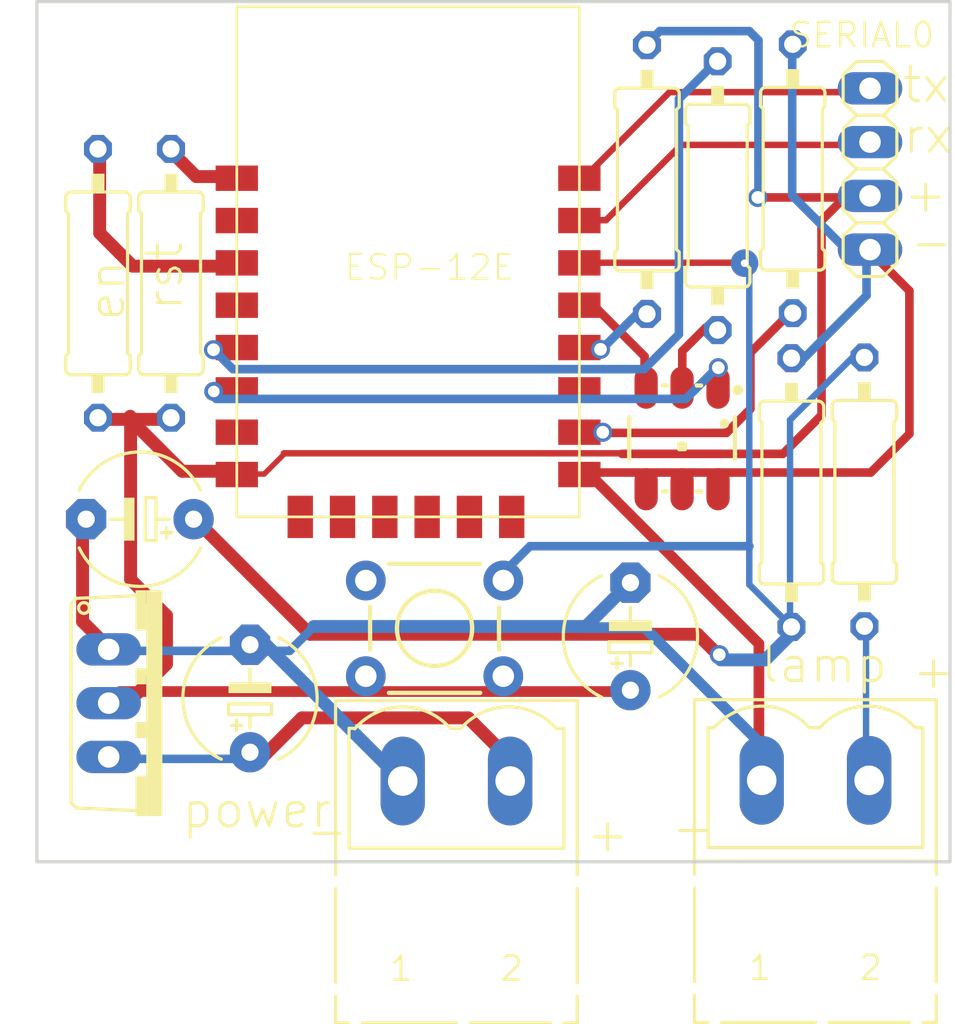
<source format=kicad_pcb>
(kicad_pcb (version 20241229) (generator "pcbnew") (generator_version "9.0")
  (layers (0 "F.Cu" signal) (2 "B.Cu" signal) (13 "F.Paste" user) (15 "B.Paste" user) (5 "F.SilkS" user "F.Silkscreen") (7 "B.SilkS" user "B.Silkscreen") (1 "F.Mask" user) (3 "B.Mask" user) (25 "Edge.Cuts" user))
  (net 0 "")
  (net 1 "S$2")
  (net 2 "S$3")
  (net 3 "S$10")
  (net 4 "S$19")
  (net 5 "S$20")
  (net 6 "S$23")
  (net 7 "S$34")
  (net 8 "S$41")
  (net 9 "S$26")
  (net 10 "S$27")
  (net 11 "S$29")
  (net 12 "S$30")
  (net 13 "S$33")
  (net 14 "S$46")
  (net 15 "S$48")
  (footprint "CancelloWIFI:LED-TRICOLOR-5050_529" (layer "F.Cu") (at 157.422962 105.321735 -90)
    (property "Reference" "E$5" (hide yes))
    (property "Value" "")
    (fp_line (start -1 2.5) (end 1 2.5) (stroke (width 0.2032)) (layer "F.SilkS"))
    (fp_line (start -2.5 0.9) (end -2.5 0.7) (stroke (width 0.2032)) (layer "F.SilkS"))
    (fp_line (start 2.5 0.9) (end 2.5 0.7) (stroke (width 0.2032)) (layer "F.SilkS"))
    (fp_line (start 0.254 0.127) (end 0.254 -0.127) (stroke (width 0.2032)) (layer "F.SilkS"))
    (fp_line (start 0.508 0.127) (end 0.254 0.127) (stroke (width 0.2032)) (layer "F.SilkS"))
    (fp_line (start 0.254 -0.127) (end 0.508 -0.127) (stroke (width 0.2032)) (layer "F.SilkS"))
    (fp_line (start 0.508 -0.127) (end 0.508 0.127) (stroke (width 0.2032)) (layer "F.SilkS"))
    (fp_line (start -2.5 -0.7) (end -2.5 -0.9) (stroke (width 0.2032)) (layer "F.SilkS"))
    (fp_line (start 2.5 -0.7) (end 2.5 -0.9) (stroke (width 0.2032)) (layer "F.SilkS"))
    (fp_line (start -1 -2.5) (end 1 -2.5) (stroke (width 0.2032)) (layer "F.SilkS"))
    (fp_circle (center -0.7 -2) (end -0.5882 -2) (stroke (width 0.2236)) (fill yes) (layer "F.SilkS"))
    (fp_circle (center -2.2875 -2.635) (end -2.1605 -2.635) (stroke (width 0.254)) (fill no) (layer "F.SilkS"))
    (pad "1" smd roundrect (at -2.4 -1.7 270) (size 2 1.1) (layers "F.Cu" "F.Mask" "F.Paste") (roundrect_rratio 0.5))
    (pad "2" smd roundrect (at -2.4 0 270) (size 2 1.1) (layers "F.Cu" "F.Mask" "F.Paste") (roundrect_rratio 0.5))
    (pad "3" smd roundrect (at -2.4 1.7 270) (size 2 1.1) (layers "F.Cu" "F.Mask" "F.Paste") (roundrect_rratio 0.5))
    (pad "4" smd roundrect (at 2.4 1.7 270) (size 2 1.1) (layers "F.Cu" "F.Mask" "F.Paste") (roundrect_rratio 0.5))
    (pad "5" smd roundrect (at 2.4 0 270) (size 2 1.1) (layers "F.Cu" "F.Mask" "F.Paste") (roundrect_rratio 0.5))
    (pad "6" smd roundrect (at 2.4 -1.7 270) (size 2 1.1) (layers "F.Cu" "F.Mask" "F.Paste") (roundrect_rratio 0.5))
  )
  (footprint "CancelloWIFI:MSTBV2R_175" (layer "F.Cu") (at 163.728693 121.475632)
    (property "Reference" "E$8" (hide yes))
    (property "Value" "")
    (fp_line (start -5.715 -3.81) (end -5.715 3.81) (stroke (width 0.1524)) (layer "F.SilkS"))
    (fp_line (start -5.715 4.445) (end -5.715 3.81) (stroke (width 0.1524)) (layer "F.SilkS"))
    (fp_line (start -5.715 9.525) (end -5.715 5.08) (stroke (width 0.1524)) (layer "F.SilkS"))
    (fp_line (start -5.715 11.43) (end -5.715 10.16) (stroke (width 0.1524)) (layer "F.SilkS"))
    (fp_line (start -5.08 3.175) (end -5.08 -2.4892) (stroke (width 0.1524)) (layer "F.SilkS"))
    (fp_line (start -5.08 11.43) (end -5.715 11.43) (stroke (width 0.1524)) (layer "F.SilkS"))
    (fp_line (start -4.826 -2.4892) (end -5.08 -2.4892) (stroke (width 0.1524)) (layer "F.SilkS"))
    (fp_line (start 0 11.43) (end -4.445 11.43) (stroke (width 0.1524)) (layer "F.SilkS"))
    (fp_line (start 0.1778 -2.4892) (end -0.254 -2.4892) (stroke (width 0.1524)) (layer "F.SilkS"))
    (fp_line (start 4.445 11.43) (end 0.635 11.43) (stroke (width 0.1524)) (layer "F.SilkS"))
    (fp_line (start 5.0038 -2.4892) (end 4.7498 -2.4892) (stroke (width 0.1524)) (layer "F.SilkS"))
    (fp_line (start 5.08 -2.4892) (end 5.08 3.175) (stroke (width 0.1524)) (layer "F.SilkS"))
    (fp_line (start 5.08 3.175) (end -5.08 3.175) (stroke (width 0.1524)) (layer "F.SilkS"))
    (fp_line (start 5.715 -3.81) (end -5.715 -3.81) (stroke (width 0.1524)) (layer "F.SilkS"))
    (fp_line (start 5.715 3.81) (end -5.715 3.81) (stroke (width 0.1524)) (layer "F.SilkS"))
    (fp_line (start 5.715 3.81) (end 5.715 -3.81) (stroke (width 0.1524)) (layer "F.SilkS"))
    (fp_line (start 5.715 4.445) (end 5.715 3.81) (stroke (width 0.1524)) (layer "F.SilkS"))
    (fp_line (start 5.715 9.525) (end 5.715 5.08) (stroke (width 0.1524)) (layer "F.SilkS"))
    (fp_line (start 5.715 11.43) (end 5.08 11.43) (stroke (width 0.1524)) (layer "F.SilkS"))
    (fp_line (start 5.715 11.43) (end 5.715 10.16) (stroke (width 0.1524)) (layer "F.SilkS"))
    (fp_arc (start -4.8138 -2.4608) (mid -3.79111 -3.231677) (end -2.54 -3.5053) (stroke (width 0.1524)) (layer "F.SilkS"))
    (fp_arc (start -2.54 -3.5052) (mid -1.295022 -3.234436) (end -0.274999 -2.471) (stroke (width 0.1524)) (layer "F.SilkS"))
    (fp_arc (start 0.19 -2.4608) (mid 1.212699 -3.231631) (end 2.4638 -3.5052) (stroke (width 0.1524)) (layer "F.SilkS"))
    (fp_arc (start 2.4638 -3.5052) (mid 3.708778 -3.234436) (end 4.728801 -2.470999) (stroke (width 0.1524)) (layer "F.SilkS"))
    (fp_text user "1" (at -3.2512 9.525 0) (layer "F.SilkS") (effects (font (size 1.143 1.143) (thickness 0.127)) (justify left bottom)))
    (fp_text user "2" (at 1.9812 9.525 0) (layer "F.SilkS") (effects (font (size 1.143 1.143) (thickness 0.127)) (justify left bottom)))
    (pad "1" thru_hole oval (at -2.54 0 90) (size 4.191 2.0955) (drill 1.397) (layers "*.Cu" "*.Mask"))
    (pad "2" thru_hole oval (at 2.54 0 90) (size 4.191 2.0955) (drill 1.397) (layers "*.Cu" "*.Mask"))
  )
  (footprint "CancelloWIFI:1X04_325" (layer "F.Cu") (at 166.309381 92.59155 90)
    (property "Reference" "SERIAL0" (at 7.002496 3.12735 0) (layer "F.SilkS") (effects (font (size 1.1557 1.1557) (thickness 0.1143)) (justify right top)))
    (property "Value" "")
    (fp_line (start 4.445 -1.27) (end 5.08 -0.635) (stroke (width 0.1524)) (layer "F.SilkS"))
    (fp_line (start 3.175 -1.27) (end 4.445 -1.27) (stroke (width 0.1524)) (layer "F.SilkS"))
    (fp_line (start 3.175 -1.27) (end 2.54 -0.635) (stroke (width 0.1524)) (layer "F.SilkS"))
    (fp_line (start 1.905 -1.27) (end 2.54 -0.635) (stroke (width 0.1524)) (layer "F.SilkS"))
    (fp_line (start 0.635 -1.27) (end 1.905 -1.27) (stroke (width 0.1524)) (layer "F.SilkS"))
    (fp_line (start -0.635 -1.27) (end 0 -0.635) (stroke (width 0.1524)) (layer "F.SilkS"))
    (fp_line (start -1.905 -1.27) (end -0.635 -1.27) (stroke (width 0.1524)) (layer "F.SilkS"))
    (fp_line (start -3.175 -1.27) (end -2.54 -0.635) (stroke (width 0.1524)) (layer "F.SilkS"))
    (fp_line (start -4.445 -1.27) (end -3.175 -1.27) (stroke (width 0.1524)) (layer "F.SilkS"))
    (fp_line (start -4.445 -1.27) (end -5.08 -0.635) (stroke (width 0.1524)) (layer "F.SilkS"))
    (fp_line (start 5.08 -0.635) (end 5.08 0.635) (stroke (width 0.1524)) (layer "F.SilkS"))
    (fp_line (start 2.54 -0.635) (end 2.54 0.635) (stroke (width 0.1524)) (layer "F.SilkS"))
    (fp_line (start 0 -0.635) (end 0.635 -1.27) (stroke (width 0.1524)) (layer "F.SilkS"))
    (fp_line (start 0 -0.635) (end 0 0.635) (stroke (width 0.1524)) (layer "F.SilkS"))
    (fp_line (start -2.54 -0.635) (end -1.905 -1.27) (stroke (width 0.1524)) (layer "F.SilkS"))
    (fp_line (start -2.54 -0.635) (end -2.54 0.635) (stroke (width 0.1524)) (layer "F.SilkS"))
    (fp_line (start -5.08 -0.635) (end -5.08 0.635) (stroke (width 0.1524)) (layer "F.SilkS"))
    (fp_line (start 5.08 0.635) (end 4.445 1.27) (stroke (width 0.1524)) (layer "F.SilkS"))
    (fp_line (start 2.54 0.635) (end 3.175 1.27) (stroke (width 0.1524)) (layer "F.SilkS"))
    (fp_line (start 2.54 0.635) (end 1.905 1.27) (stroke (width 0.1524)) (layer "F.SilkS"))
    (fp_line (start 0 0.635) (end -0.635 1.27) (stroke (width 0.1524)) (layer "F.SilkS"))
    (fp_line (start -2.54 0.635) (end -3.175 1.27) (stroke (width 0.1524)) (layer "F.SilkS"))
    (fp_line (start -5.08 0.635) (end -4.445 1.27) (stroke (width 0.1524)) (layer "F.SilkS"))
    (fp_line (start 4.445 1.27) (end 3.175 1.27) (stroke (width 0.1524)) (layer "F.SilkS"))
    (fp_line (start 1.905 1.27) (end 0.635 1.27) (stroke (width 0.1524)) (layer "F.SilkS"))
    (fp_line (start 0.635 1.27) (end 0 0.635) (stroke (width 0.1524)) (layer "F.SilkS"))
    (fp_line (start -0.635 1.27) (end -1.905 1.27) (stroke (width 0.1524)) (layer "F.SilkS"))
    (fp_line (start -1.905 1.27) (end -2.54 0.635) (stroke (width 0.1524)) (layer "F.SilkS"))
    (fp_line (start -3.175 1.27) (end -4.445 1.27) (stroke (width 0.1524)) (layer "F.SilkS"))
    (pad "1" thru_hole oval (at -3.81 0 180) (size 3.048 1.524) (drill 1.016) (layers "*.Cu" "*.Mask"))
    (pad "2" thru_hole oval (at -1.27 0 180) (size 3.048 1.524) (drill 1.016) (layers "*.Cu" "*.Mask"))
    (pad "3" thru_hole oval (at 1.27 0 180) (size 3.048 1.524) (drill 1.016) (layers "*.Cu" "*.Mask"))
    (pad "4" thru_hole oval (at 3.81 0 180) (size 3.048 1.524) (drill 1.016) (layers "*.Cu" "*.Mask"))
  )
  (footprint "CancelloWIFI:MSTBV2R_175" (layer "F.Cu") (at 146.752287 121.508685)
    (property "Reference" "E$9" (hide yes))
    (property "Value" "")
    (fp_line (start -5.715 -3.81) (end -5.715 3.81) (stroke (width 0.1524)) (layer "F.SilkS"))
    (fp_line (start -5.715 4.445) (end -5.715 3.81) (stroke (width 0.1524)) (layer "F.SilkS"))
    (fp_line (start -5.715 9.525) (end -5.715 5.08) (stroke (width 0.1524)) (layer "F.SilkS"))
    (fp_line (start -5.715 11.43) (end -5.715 10.16) (stroke (width 0.1524)) (layer "F.SilkS"))
    (fp_line (start -5.08 3.175) (end -5.08 -2.4892) (stroke (width 0.1524)) (layer "F.SilkS"))
    (fp_line (start -5.08 11.43) (end -5.715 11.43) (stroke (width 0.1524)) (layer "F.SilkS"))
    (fp_line (start -4.826 -2.4892) (end -5.08 -2.4892) (stroke (width 0.1524)) (layer "F.SilkS"))
    (fp_line (start 0 11.43) (end -4.445 11.43) (stroke (width 0.1524)) (layer "F.SilkS"))
    (fp_line (start 0.1778 -2.4892) (end -0.254 -2.4892) (stroke (width 0.1524)) (layer "F.SilkS"))
    (fp_line (start 4.445 11.43) (end 0.635 11.43) (stroke (width 0.1524)) (layer "F.SilkS"))
    (fp_line (start 5.0038 -2.4892) (end 4.7498 -2.4892) (stroke (width 0.1524)) (layer "F.SilkS"))
    (fp_line (start 5.08 -2.4892) (end 5.08 3.175) (stroke (width 0.1524)) (layer "F.SilkS"))
    (fp_line (start 5.08 3.175) (end -5.08 3.175) (stroke (width 0.1524)) (layer "F.SilkS"))
    (fp_line (start 5.715 -3.81) (end -5.715 -3.81) (stroke (width 0.1524)) (layer "F.SilkS"))
    (fp_line (start 5.715 3.81) (end -5.715 3.81) (stroke (width 0.1524)) (layer "F.SilkS"))
    (fp_line (start 5.715 3.81) (end 5.715 -3.81) (stroke (width 0.1524)) (layer "F.SilkS"))
    (fp_line (start 5.715 4.445) (end 5.715 3.81) (stroke (width 0.1524)) (layer "F.SilkS"))
    (fp_line (start 5.715 9.525) (end 5.715 5.08) (stroke (width 0.1524)) (layer "F.SilkS"))
    (fp_line (start 5.715 11.43) (end 5.08 11.43) (stroke (width 0.1524)) (layer "F.SilkS"))
    (fp_line (start 5.715 11.43) (end 5.715 10.16) (stroke (width 0.1524)) (layer "F.SilkS"))
    (fp_arc (start -4.8138 -2.4608) (mid -3.79111 -3.231677) (end -2.54 -3.5053) (stroke (width 0.1524)) (layer "F.SilkS"))
    (fp_arc (start -2.54 -3.5052) (mid -1.295022 -3.234436) (end -0.274999 -2.471) (stroke (width 0.1524)) (layer "F.SilkS"))
    (fp_arc (start 0.19 -2.4608) (mid 1.212699 -3.231631) (end 2.4638 -3.5052) (stroke (width 0.1524)) (layer "F.SilkS"))
    (fp_arc (start 2.4638 -3.5052) (mid 3.708778 -3.234436) (end 4.728801 -2.470999) (stroke (width 0.1524)) (layer "F.SilkS"))
    (fp_text user "1" (at -3.2512 9.525 0) (layer "F.SilkS") (effects (font (size 1.143 1.143) (thickness 0.127)) (justify left bottom)))
    (fp_text user "2" (at 1.9812 9.525 0) (layer "F.SilkS") (effects (font (size 1.143 1.143) (thickness 0.127)) (justify left bottom)))
    (pad "1" thru_hole oval (at -2.54 0 90) (size 4.191 2.0955) (drill 1.397) (layers "*.Cu" "*.Mask"))
    (pad "2" thru_hole oval (at 2.54 0 90) (size 4.191 2.0955) (drill 1.397) (layers "*.Cu" "*.Mask"))
  )
  (footprint "CancelloWIFI:E5-6_420" (layer "F.Cu") (at 131.7822 109.136166 180)
    (property "Reference" "E$15" (hide yes))
    (property "Value" "")
    (fp_line (start 0.635 0) (end 1.397 0) (stroke (width 0.1524)) (layer "F.SilkS"))
    (fp_line (start -0.254 1.016) (end -0.254 -1.016) (stroke (width 0.1524)) (layer "F.SilkS"))
    (fp_line (start -0.254 -1.016) (end -0.762 -1.016) (stroke (width 0.1524)) (layer "F.SilkS"))
    (fp_line (start -0.762 1.016) (end -0.254 1.016) (stroke (width 0.1524)) (layer "F.SilkS"))
    (fp_line (start -0.762 0) (end -0.762 1.016) (stroke (width 0.1524)) (layer "F.SilkS"))
    (fp_line (start -0.762 -1.016) (end -0.762 0) (stroke (width 0.1524)) (layer "F.SilkS"))
    (fp_line (start -1.27 -0.381) (end -1.27 -0.889) (stroke (width 0.1524)) (layer "F.SilkS"))
    (fp_line (start -1.397 0) (end -0.762 0) (stroke (width 0.1524)) (layer "F.SilkS"))
    (fp_line (start -1.524 -0.635) (end -1.016 -0.635) (stroke (width 0.1524)) (layer "F.SilkS"))
    (fp_arc (start 2.8702 1.3574) (mid 0 3.174993) (end -2.8702 1.3574) (stroke (width 0.1524)) (layer "F.SilkS"))
    (fp_arc (start -2.8702 -1.3574) (mid 0 -3.174993) (end 2.8702 -1.3574) (stroke (width 0.1524)) (layer "F.SilkS"))
    (fp_poly (pts (xy 0.254 1.016) (xy 0.762 1.016) (xy 0.762 -1.016) (xy 0.254 -1.016)) (fill yes) (layer "F.SilkS"))
    (pad "+" thru_hole circle (at -2.54 0 180) (size 1.905 1.905) (drill 0.8128) (layers "*.Cu" "*.Mask"))
    (pad "-" thru_hole roundrect (at 2.54 0 180) (size 1.905 1.905) (drill 0.8128) (layers "*.Cu" "*.Mask") (chamfer_ratio 0.2928932188) (chamfer top_left top_right bottom_left bottom_right))
  )
  (footprint "CancelloWIFI:0309_12_348" (layer "F.Cu") (at 162.594815 107.87955 90)
    (property "Reference" "E$3" (hide yes))
    (property "Value" "")
    (fp_line (start 4.064 -1.524) (end 3.429 -1.524) (stroke (width 0.1524)) (layer "F.SilkS"))
    (fp_line (start -4.064 -1.524) (end -3.429 -1.524) (stroke (width 0.1524)) (layer "F.SilkS"))
    (fp_line (start 3.302 -1.397) (end 3.429 -1.524) (stroke (width 0.1524)) (layer "F.SilkS"))
    (fp_line (start 3.302 -1.397) (end -3.302 -1.397) (stroke (width 0.1524)) (layer "F.SilkS"))
    (fp_line (start -3.302 -1.397) (end -3.429 -1.524) (stroke (width 0.1524)) (layer "F.SilkS"))
    (fp_line (start 4.318 1.27) (end 4.318 -1.27) (stroke (width 0.1524)) (layer "F.SilkS"))
    (fp_line (start -4.318 1.27) (end -4.318 -1.27) (stroke (width 0.1524)) (layer "F.SilkS"))
    (fp_line (start 3.302 1.397) (end -3.302 1.397) (stroke (width 0.1524)) (layer "F.SilkS"))
    (fp_line (start 3.302 1.397) (end 3.429 1.524) (stroke (width 0.1524)) (layer "F.SilkS"))
    (fp_line (start -3.302 1.397) (end -3.429 1.524) (stroke (width 0.1524)) (layer "F.SilkS"))
    (fp_line (start 4.064 1.524) (end 3.429 1.524) (stroke (width 0.1524)) (layer "F.SilkS"))
    (fp_line (start -4.064 1.524) (end -3.429 1.524) (stroke (width 0.1524)) (layer "F.SilkS"))
    (fp_arc (start 4.064 -1.524) (mid 4.243605 -1.449605) (end 4.318 -1.27) (stroke (width 0.1524)) (layer "F.SilkS"))
    (fp_arc (start -4.318 -1.27) (mid -4.243605 -1.449605) (end -4.064 -1.524) (stroke (width 0.1524)) (layer "F.SilkS"))
    (fp_arc (start 4.318 1.27) (mid 4.243605 1.449605) (end 4.064 1.524) (stroke (width 0.1524)) (layer "F.SilkS"))
    (fp_arc (start -4.064 1.524) (mid -4.243605 1.449605) (end -4.318 1.27) (stroke (width 0.1524)) (layer "F.SilkS"))
    (fp_poly (pts (xy 4.318 0.3048) (xy 5.1816 0.3048) (xy 5.1816 -0.3048) (xy 4.318 -0.3048)) (fill yes) (layer "F.SilkS"))
    (fp_poly (pts (xy -5.1816 0.3048) (xy -4.318 0.3048) (xy -4.318 -0.3048) (xy -5.1816 -0.3048)) (fill yes) (layer "F.SilkS"))
    (pad "1" thru_hole roundrect (at -6.35 0 90) (size 1.3208 1.3208) (drill 0.8128) (layers "*.Cu" "*.Mask") (chamfer_ratio 0.2928932188) (chamfer top_left top_right bottom_left bottom_right))
    (pad "2" thru_hole roundrect (at 6.35 0 90) (size 1.3208 1.3208) (drill 0.8128) (layers "*.Cu" "*.Mask") (chamfer_ratio 0.2928932188) (chamfer top_left top_right bottom_left bottom_right))
  )
  (footprint "CancelloWIFI:0309_12_348" (layer "F.Cu") (at 133.253853 97.995185 90)
    (property "Reference" "E$7" (hide yes))
    (property "Value" "")
    (fp_line (start 4.064 -1.524) (end 3.429 -1.524) (stroke (width 0.1524)) (layer "F.SilkS"))
    (fp_line (start -4.064 -1.524) (end -3.429 -1.524) (stroke (width 0.1524)) (layer "F.SilkS"))
    (fp_line (start 3.302 -1.397) (end 3.429 -1.524) (stroke (width 0.1524)) (layer "F.SilkS"))
    (fp_line (start 3.302 -1.397) (end -3.302 -1.397) (stroke (width 0.1524)) (layer "F.SilkS"))
    (fp_line (start -3.302 -1.397) (end -3.429 -1.524) (stroke (width 0.1524)) (layer "F.SilkS"))
    (fp_line (start 4.318 1.27) (end 4.318 -1.27) (stroke (width 0.1524)) (layer "F.SilkS"))
    (fp_line (start -4.318 1.27) (end -4.318 -1.27) (stroke (width 0.1524)) (layer "F.SilkS"))
    (fp_line (start 3.302 1.397) (end -3.302 1.397) (stroke (width 0.1524)) (layer "F.SilkS"))
    (fp_line (start 3.302 1.397) (end 3.429 1.524) (stroke (width 0.1524)) (layer "F.SilkS"))
    (fp_line (start -3.302 1.397) (end -3.429 1.524) (stroke (width 0.1524)) (layer "F.SilkS"))
    (fp_line (start 4.064 1.524) (end 3.429 1.524) (stroke (width 0.1524)) (layer "F.SilkS"))
    (fp_line (start -4.064 1.524) (end -3.429 1.524) (stroke (width 0.1524)) (layer "F.SilkS"))
    (fp_arc (start 4.064 -1.524) (mid 4.243605 -1.449605) (end 4.318 -1.27) (stroke (width 0.1524)) (layer "F.SilkS"))
    (fp_arc (start -4.318 -1.27) (mid -4.243605 -1.449605) (end -4.064 -1.524) (stroke (width 0.1524)) (layer "F.SilkS"))
    (fp_arc (start 4.318 1.27) (mid 4.243605 1.449605) (end 4.064 1.524) (stroke (width 0.1524)) (layer "F.SilkS"))
    (fp_arc (start -4.064 1.524) (mid -4.243605 1.449605) (end -4.318 1.27) (stroke (width 0.1524)) (layer "F.SilkS"))
    (fp_poly (pts (xy 4.318 0.3048) (xy 5.1816 0.3048) (xy 5.1816 -0.3048) (xy 4.318 -0.3048)) (fill yes) (layer "F.SilkS"))
    (fp_poly (pts (xy -5.1816 0.3048) (xy -4.318 0.3048) (xy -4.318 -0.3048) (xy -5.1816 -0.3048)) (fill yes) (layer "F.SilkS"))
    (pad "1" thru_hole roundrect (at -6.35 0 90) (size 1.3208 1.3208) (drill 0.8128) (layers "*.Cu" "*.Mask") (chamfer_ratio 0.2928932188) (chamfer top_left top_right bottom_left bottom_right))
    (pad "2" thru_hole roundrect (at 6.35 0 90) (size 1.3208 1.3208) (drill 0.8128) (layers "*.Cu" "*.Mask") (chamfer_ratio 0.2928932188) (chamfer top_left top_right bottom_left bottom_right))
  )
  (footprint "CancelloWIFI:0309_12_348" (layer "F.Cu") (at 159.103959 93.852854 90)
    (property "Reference" "E$12" (hide yes))
    (property "Value" "")
    (fp_line (start 4.064 -1.524) (end 3.429 -1.524) (stroke (width 0.1524)) (layer "F.SilkS"))
    (fp_line (start -4.064 -1.524) (end -3.429 -1.524) (stroke (width 0.1524)) (layer "F.SilkS"))
    (fp_line (start 3.302 -1.397) (end 3.429 -1.524) (stroke (width 0.1524)) (layer "F.SilkS"))
    (fp_line (start 3.302 -1.397) (end -3.302 -1.397) (stroke (width 0.1524)) (layer "F.SilkS"))
    (fp_line (start -3.302 -1.397) (end -3.429 -1.524) (stroke (width 0.1524)) (layer "F.SilkS"))
    (fp_line (start 4.318 1.27) (end 4.318 -1.27) (stroke (width 0.1524)) (layer "F.SilkS"))
    (fp_line (start -4.318 1.27) (end -4.318 -1.27) (stroke (width 0.1524)) (layer "F.SilkS"))
    (fp_line (start 3.302 1.397) (end -3.302 1.397) (stroke (width 0.1524)) (layer "F.SilkS"))
    (fp_line (start 3.302 1.397) (end 3.429 1.524) (stroke (width 0.1524)) (layer "F.SilkS"))
    (fp_line (start -3.302 1.397) (end -3.429 1.524) (stroke (width 0.1524)) (layer "F.SilkS"))
    (fp_line (start 4.064 1.524) (end 3.429 1.524) (stroke (width 0.1524)) (layer "F.SilkS"))
    (fp_line (start -4.064 1.524) (end -3.429 1.524) (stroke (width 0.1524)) (layer "F.SilkS"))
    (fp_arc (start 4.064 -1.524) (mid 4.243605 -1.449605) (end 4.318 -1.27) (stroke (width 0.1524)) (layer "F.SilkS"))
    (fp_arc (start -4.318 -1.27) (mid -4.243605 -1.449605) (end -4.064 -1.524) (stroke (width 0.1524)) (layer "F.SilkS"))
    (fp_arc (start 4.318 1.27) (mid 4.243605 1.449605) (end 4.064 1.524) (stroke (width 0.1524)) (layer "F.SilkS"))
    (fp_arc (start -4.064 1.524) (mid -4.243605 1.449605) (end -4.318 1.27) (stroke (width 0.1524)) (layer "F.SilkS"))
    (fp_poly (pts (xy 4.318 0.3048) (xy 5.1816 0.3048) (xy 5.1816 -0.3048) (xy 4.318 -0.3048)) (fill yes) (layer "F.SilkS"))
    (fp_poly (pts (xy -5.1816 0.3048) (xy -4.318 0.3048) (xy -4.318 -0.3048) (xy -5.1816 -0.3048)) (fill yes) (layer "F.SilkS"))
    (pad "1" thru_hole roundrect (at -6.35 0 90) (size 1.3208 1.3208) (drill 0.8128) (layers "*.Cu" "*.Mask") (chamfer_ratio 0.2928932188) (chamfer top_left top_right bottom_left bottom_right))
    (pad "2" thru_hole roundrect (at 6.35 0 90) (size 1.3208 1.3208) (drill 0.8128) (layers "*.Cu" "*.Mask") (chamfer_ratio 0.2928932188) (chamfer top_left top_right bottom_left bottom_right))
  )
  (footprint "CancelloWIFI:0309_12_348" (layer "F.Cu") (at 155.763003 93.089091 90)
    (property "Reference" "E$13" (hide yes))
    (property "Value" "")
    (fp_line (start 4.064 -1.524) (end 3.429 -1.524) (stroke (width 0.1524)) (layer "F.SilkS"))
    (fp_line (start -4.064 -1.524) (end -3.429 -1.524) (stroke (width 0.1524)) (layer "F.SilkS"))
    (fp_line (start 3.302 -1.397) (end 3.429 -1.524) (stroke (width 0.1524)) (layer "F.SilkS"))
    (fp_line (start 3.302 -1.397) (end -3.302 -1.397) (stroke (width 0.1524)) (layer "F.SilkS"))
    (fp_line (start -3.302 -1.397) (end -3.429 -1.524) (stroke (width 0.1524)) (layer "F.SilkS"))
    (fp_line (start 4.318 1.27) (end 4.318 -1.27) (stroke (width 0.1524)) (layer "F.SilkS"))
    (fp_line (start -4.318 1.27) (end -4.318 -1.27) (stroke (width 0.1524)) (layer "F.SilkS"))
    (fp_line (start 3.302 1.397) (end -3.302 1.397) (stroke (width 0.1524)) (layer "F.SilkS"))
    (fp_line (start 3.302 1.397) (end 3.429 1.524) (stroke (width 0.1524)) (layer "F.SilkS"))
    (fp_line (start -3.302 1.397) (end -3.429 1.524) (stroke (width 0.1524)) (layer "F.SilkS"))
    (fp_line (start 4.064 1.524) (end 3.429 1.524) (stroke (width 0.1524)) (layer "F.SilkS"))
    (fp_line (start -4.064 1.524) (end -3.429 1.524) (stroke (width 0.1524)) (layer "F.SilkS"))
    (fp_arc (start 4.064 -1.524) (mid 4.243605 -1.449605) (end 4.318 -1.27) (stroke (width 0.1524)) (layer "F.SilkS"))
    (fp_arc (start -4.318 -1.27) (mid -4.243605 -1.449605) (end -4.064 -1.524) (stroke (width 0.1524)) (layer "F.SilkS"))
    (fp_arc (start 4.318 1.27) (mid 4.243605 1.449605) (end 4.064 1.524) (stroke (width 0.1524)) (layer "F.SilkS"))
    (fp_arc (start -4.064 1.524) (mid -4.243605 1.449605) (end -4.318 1.27) (stroke (width 0.1524)) (layer "F.SilkS"))
    (fp_poly (pts (xy 4.318 0.3048) (xy 5.1816 0.3048) (xy 5.1816 -0.3048) (xy 4.318 -0.3048)) (fill yes) (layer "F.SilkS"))
    (fp_poly (pts (xy -5.1816 0.3048) (xy -4.318 0.3048) (xy -4.318 -0.3048) (xy -5.1816 -0.3048)) (fill yes) (layer "F.SilkS"))
    (pad "1" thru_hole roundrect (at -6.35 0 90) (size 1.3208 1.3208) (drill 0.8128) (layers "*.Cu" "*.Mask") (chamfer_ratio 0.2928932188) (chamfer top_left top_right bottom_left bottom_right))
    (pad "2" thru_hole roundrect (at 6.35 0 90) (size 1.3208 1.3208) (drill 0.8128) (layers "*.Cu" "*.Mask") (chamfer_ratio 0.2928932188) (chamfer top_left top_right bottom_left bottom_right))
  )
  (footprint "CancelloWIFI:TO220AV_402" (layer "F.Cu") (at 132.845771 117.829397 -90)
    (property "Reference" "IC1" (hide yes))
    (property "Value" "")
    (fp_line (start 4.699 4.318) (end -4.699 4.318) (stroke (width 0.1524)) (layer "F.SilkS"))
    (fp_line (start 4.699 4.318) (end 4.953 4.064) (stroke (width 0.1524)) (layer "F.SilkS"))
    (fp_line (start -4.953 4.064) (end -4.699 4.318) (stroke (width 0.1524)) (layer "F.SilkS"))
    (fp_line (start -4.953 4.064) (end -5.08 1.143) (stroke (width 0.1524)) (layer "F.SilkS"))
    (fp_line (start 5.08 1.143) (end 4.953 4.064) (stroke (width 0.1524)) (layer "F.SilkS"))
    (fp_circle (center -4.4958 3.7084) (end -4.2418 3.7084) (stroke (width 0.1524)) (fill no) (layer "F.SilkS"))
    (fp_poly (pts (xy -5.334 1.27) (xy -3.429 1.27) (xy -3.429 0.762) (xy -5.334 0.762)) (fill yes) (layer "F.SilkS"))
    (fp_poly (pts (xy -1.651 1.27) (xy -0.889 1.27) (xy -0.889 0.762) (xy -1.651 0.762)) (fill yes) (layer "F.SilkS"))
    (fp_poly (pts (xy 0.889 1.27) (xy 1.651 1.27) (xy 1.651 0.762) (xy 0.889 0.762)) (fill yes) (layer "F.SilkS"))
    (fp_poly (pts (xy 3.429 1.27) (xy 5.334 1.27) (xy 5.334 0.762) (xy 3.429 0.762)) (fill yes) (layer "F.SilkS"))
    (fp_poly (pts (xy -5.334 0.762) (xy 5.334 0.762) (xy 5.334 0) (xy -5.334 0)) (fill yes) (layer "F.SilkS"))
    (pad "1" thru_hole oval (at -2.54 2.54) (size 3.048 1.524) (drill 1.016) (layers "*.Cu" "*.Mask"))
    (pad "2" thru_hole oval (at 0 2.54) (size 3.048 1.524) (drill 1.016) (layers "*.Cu" "*.Mask"))
    (pad "3" thru_hole oval (at 2.54 2.54) (size 3.048 1.524) (drill 1.016) (layers "*.Cu" "*.Mask"))
  )
  (footprint "CancelloWIFI:E5-6_420" (layer "F.Cu") (at 136.988462 117.609307 90)
    (property "Reference" "E$10" (hide yes))
    (property "Value" "")
    (fp_line (start -0.254 -1.016) (end -0.762 -1.016) (stroke (width 0.1524)) (layer "F.SilkS"))
    (fp_line (start -0.762 -1.016) (end -0.762 0) (stroke (width 0.1524)) (layer "F.SilkS"))
    (fp_line (start -1.524 -0.635) (end -1.016 -0.635) (stroke (width 0.1524)) (layer "F.SilkS"))
    (fp_line (start -1.27 -0.381) (end -1.27 -0.889) (stroke (width 0.1524)) (layer "F.SilkS"))
    (fp_line (start 0.635 0) (end 1.397 0) (stroke (width 0.1524)) (layer "F.SilkS"))
    (fp_line (start -0.762 0) (end -0.762 1.016) (stroke (width 0.1524)) (layer "F.SilkS"))
    (fp_line (start -1.397 0) (end -0.762 0) (stroke (width 0.1524)) (layer "F.SilkS"))
    (fp_line (start -0.254 1.016) (end -0.254 -1.016) (stroke (width 0.1524)) (layer "F.SilkS"))
    (fp_line (start -0.762 1.016) (end -0.254 1.016) (stroke (width 0.1524)) (layer "F.SilkS"))
    (fp_arc (start -2.8702 -1.3574) (mid 0 -3.174993) (end 2.8702 -1.3574) (stroke (width 0.1524)) (layer "F.SilkS"))
    (fp_arc (start 2.8702 1.3574) (mid 0 3.174993) (end -2.8702 1.3574) (stroke (width 0.1524)) (layer "F.SilkS"))
    (fp_poly (pts (xy 0.254 1.016) (xy 0.762 1.016) (xy 0.762 -1.016) (xy 0.254 -1.016)) (fill yes) (layer "F.SilkS"))
    (pad "+" thru_hole circle (at -2.54 0 90) (size 1.905 1.905) (drill 0.8128) (layers "*.Cu" "*.Mask"))
    (pad "-" thru_hole roundrect (at 2.54 0 90) (size 1.905 1.905) (drill 0.8128) (layers "*.Cu" "*.Mask") (chamfer_ratio 0.2928932188) (chamfer top_left top_right bottom_left bottom_right))
  )
  (footprint "CancelloWIFI:TACTILE_SWITCH_PTH_6.0MM_535" (layer "F.Cu") (at 145.717218 114.295694)
    (property "Reference" "E$14" (hide yes))
    (property "Value" "")
    (fp_line (start -3.048 -1.028) (end -3.048 1.016) (stroke (width 0.2032)) (layer "F.SilkS"))
    (fp_line (start -2.159 3.048) (end 2.159 3.048) (stroke (width 0.2032)) (layer "F.SilkS"))
    (fp_line (start 2.159 -3.048) (end -2.159 -3.048) (stroke (width 0.2032)) (layer "F.SilkS"))
    (fp_line (start 3.048 -0.998) (end 3.048 1.016) (stroke (width 0.2032)) (layer "F.SilkS"))
    (fp_circle (center 0 0) (end 1.778 0) (stroke (width 0.2032)) (fill no) (layer "F.SilkS"))
    (pad "1" thru_hole circle (at -3.2512 -2.2606) (size 1.8796 1.8796) (drill 1.016) (layers "*.Cu" "*.Mask"))
    (pad "2" thru_hole circle (at 3.2512 -2.2606) (size 1.8796 1.8796) (drill 1.016) (layers "*.Cu" "*.Mask"))
    (pad "3" thru_hole circle (at -3.2512 2.2606) (size 1.8796 1.8796) (drill 1.016) (layers "*.Cu" "*.Mask"))
    (pad "4" thru_hole circle (at 3.2512 2.2606) (size 1.8796 1.8796) (drill 1.016) (layers "*.Cu" "*.Mask"))
  )
  (footprint "CancelloWIFI:0309_12_348" (layer "F.Cu") (at 166.045587 107.845044 90)
    (property "Reference" "E$4" (hide yes))
    (property "Value" "")
    (fp_line (start 4.064 -1.524) (end 3.429 -1.524) (stroke (width 0.1524)) (layer "F.SilkS"))
    (fp_line (start -4.064 -1.524) (end -3.429 -1.524) (stroke (width 0.1524)) (layer "F.SilkS"))
    (fp_line (start 3.302 -1.397) (end 3.429 -1.524) (stroke (width 0.1524)) (layer "F.SilkS"))
    (fp_line (start 3.302 -1.397) (end -3.302 -1.397) (stroke (width 0.1524)) (layer "F.SilkS"))
    (fp_line (start -3.302 -1.397) (end -3.429 -1.524) (stroke (width 0.1524)) (layer "F.SilkS"))
    (fp_line (start 4.318 1.27) (end 4.318 -1.27) (stroke (width 0.1524)) (layer "F.SilkS"))
    (fp_line (start -4.318 1.27) (end -4.318 -1.27) (stroke (width 0.1524)) (layer "F.SilkS"))
    (fp_line (start 3.302 1.397) (end -3.302 1.397) (stroke (width 0.1524)) (layer "F.SilkS"))
    (fp_line (start 3.302 1.397) (end 3.429 1.524) (stroke (width 0.1524)) (layer "F.SilkS"))
    (fp_line (start -3.302 1.397) (end -3.429 1.524) (stroke (width 0.1524)) (layer "F.SilkS"))
    (fp_line (start 4.064 1.524) (end 3.429 1.524) (stroke (width 0.1524)) (layer "F.SilkS"))
    (fp_line (start -4.064 1.524) (end -3.429 1.524) (stroke (width 0.1524)) (layer "F.SilkS"))
    (fp_arc (start 4.064 -1.524) (mid 4.243605 -1.449605) (end 4.318 -1.27) (stroke (width 0.1524)) (layer "F.SilkS"))
    (fp_arc (start -4.318 -1.27) (mid -4.243605 -1.449605) (end -4.064 -1.524) (stroke (width 0.1524)) (layer "F.SilkS"))
    (fp_arc (start 4.318 1.27) (mid 4.243605 1.449605) (end 4.064 1.524) (stroke (width 0.1524)) (layer "F.SilkS"))
    (fp_arc (start -4.064 1.524) (mid -4.243605 1.449605) (end -4.318 1.27) (stroke (width 0.1524)) (layer "F.SilkS"))
    (fp_poly (pts (xy 4.318 0.3048) (xy 5.1816 0.3048) (xy 5.1816 -0.3048) (xy 4.318 -0.3048)) (fill yes) (layer "F.SilkS"))
    (fp_poly (pts (xy -5.1816 0.3048) (xy -4.318 0.3048) (xy -4.318 -0.3048) (xy -5.1816 -0.3048)) (fill yes) (layer "F.SilkS"))
    (pad "1" thru_hole roundrect (at -6.35 0 90) (size 1.3208 1.3208) (drill 0.8128) (layers "*.Cu" "*.Mask") (chamfer_ratio 0.2928932188) (chamfer top_left top_right bottom_left bottom_right))
    (pad "2" thru_hole roundrect (at 6.35 0 90) (size 1.3208 1.3208) (drill 0.8128) (layers "*.Cu" "*.Mask") (chamfer_ratio 0.2928932188) (chamfer top_left top_right bottom_left bottom_right))
  )
  (footprint "CancelloWIFI:0309_12_348" (layer "F.Cu") (at 129.801212 97.995185 90)
    (property "Reference" "E$2" (hide yes))
    (property "Value" "")
    (fp_line (start 4.064 -1.524) (end 3.429 -1.524) (stroke (width 0.1524)) (layer "F.SilkS"))
    (fp_line (start -4.064 -1.524) (end -3.429 -1.524) (stroke (width 0.1524)) (layer "F.SilkS"))
    (fp_line (start 3.302 -1.397) (end 3.429 -1.524) (stroke (width 0.1524)) (layer "F.SilkS"))
    (fp_line (start 3.302 -1.397) (end -3.302 -1.397) (stroke (width 0.1524)) (layer "F.SilkS"))
    (fp_line (start -3.302 -1.397) (end -3.429 -1.524) (stroke (width 0.1524)) (layer "F.SilkS"))
    (fp_line (start 4.318 1.27) (end 4.318 -1.27) (stroke (width 0.1524)) (layer "F.SilkS"))
    (fp_line (start -4.318 1.27) (end -4.318 -1.27) (stroke (width 0.1524)) (layer "F.SilkS"))
    (fp_line (start 3.302 1.397) (end -3.302 1.397) (stroke (width 0.1524)) (layer "F.SilkS"))
    (fp_line (start 3.302 1.397) (end 3.429 1.524) (stroke (width 0.1524)) (layer "F.SilkS"))
    (fp_line (start -3.302 1.397) (end -3.429 1.524) (stroke (width 0.1524)) (layer "F.SilkS"))
    (fp_line (start 4.064 1.524) (end 3.429 1.524) (stroke (width 0.1524)) (layer "F.SilkS"))
    (fp_line (start -4.064 1.524) (end -3.429 1.524) (stroke (width 0.1524)) (layer "F.SilkS"))
    (fp_arc (start 4.064 -1.524) (mid 4.243605 -1.449605) (end 4.318 -1.27) (stroke (width 0.1524)) (layer "F.SilkS"))
    (fp_arc (start -4.318 -1.27) (mid -4.243605 -1.449605) (end -4.064 -1.524) (stroke (width 0.1524)) (layer "F.SilkS"))
    (fp_arc (start 4.318 1.27) (mid 4.243605 1.449605) (end 4.064 1.524) (stroke (width 0.1524)) (layer "F.SilkS"))
    (fp_arc (start -4.064 1.524) (mid -4.243605 1.449605) (end -4.318 1.27) (stroke (width 0.1524)) (layer "F.SilkS"))
    (fp_poly (pts (xy 4.318 0.3048) (xy 5.1816 0.3048) (xy 5.1816 -0.3048) (xy 4.318 -0.3048)) (fill yes) (layer "F.SilkS"))
    (fp_poly (pts (xy -5.1816 0.3048) (xy -4.318 0.3048) (xy -4.318 -0.3048) (xy -5.1816 -0.3048)) (fill yes) (layer "F.SilkS"))
    (pad "1" thru_hole roundrect (at -6.35 0 90) (size 1.3208 1.3208) (drill 0.8128) (layers "*.Cu" "*.Mask") (chamfer_ratio 0.2928932188) (chamfer top_left top_right bottom_left bottom_right))
    (pad "2" thru_hole roundrect (at 6.35 0 90) (size 1.3208 1.3208) (drill 0.8128) (layers "*.Cu" "*.Mask") (chamfer_ratio 0.2928932188) (chamfer top_left top_right bottom_left bottom_right))
  )
  (footprint "CancelloWIFI:E5-6_420" (layer "F.Cu") (at 154.979403 114.67715 90)
    (property "Reference" "E$6" (hide yes))
    (property "Value" "")
    (fp_line (start -0.254 -1.016) (end -0.762 -1.016) (stroke (width 0.1524)) (layer "F.SilkS"))
    (fp_line (start -0.762 -1.016) (end -0.762 0) (stroke (width 0.1524)) (layer "F.SilkS"))
    (fp_line (start -1.524 -0.635) (end -1.016 -0.635) (stroke (width 0.1524)) (layer "F.SilkS"))
    (fp_line (start -1.27 -0.381) (end -1.27 -0.889) (stroke (width 0.1524)) (layer "F.SilkS"))
    (fp_line (start 0.635 0) (end 1.397 0) (stroke (width 0.1524)) (layer "F.SilkS"))
    (fp_line (start -0.762 0) (end -0.762 1.016) (stroke (width 0.1524)) (layer "F.SilkS"))
    (fp_line (start -1.397 0) (end -0.762 0) (stroke (width 0.1524)) (layer "F.SilkS"))
    (fp_line (start -0.254 1.016) (end -0.254 -1.016) (stroke (width 0.1524)) (layer "F.SilkS"))
    (fp_line (start -0.762 1.016) (end -0.254 1.016) (stroke (width 0.1524)) (layer "F.SilkS"))
    (fp_arc (start -2.8702 -1.3574) (mid 0 -3.174993) (end 2.8702 -1.3574) (stroke (width 0.1524)) (layer "F.SilkS"))
    (fp_arc (start 2.8702 1.3574) (mid 0 3.174993) (end -2.8702 1.3574) (stroke (width 0.1524)) (layer "F.SilkS"))
    (fp_poly (pts (xy 0.254 1.016) (xy 0.762 1.016) (xy 0.762 -1.016) (xy 0.254 -1.016)) (fill yes) (layer "F.SilkS"))
    (pad "+" thru_hole circle (at -2.54 0 90) (size 1.905 1.905) (drill 0.8128) (layers "*.Cu" "*.Mask"))
    (pad "-" thru_hole roundrect (at 2.54 0 90) (size 1.905 1.905) (drill 0.8128) (layers "*.Cu" "*.Mask") (chamfer_ratio 0.2928932188) (chamfer top_left top_right bottom_left bottom_right))
  )
  (footprint "CancelloWIFI:ESP8266-ESP12E" (layer "F.Cu") (at 143.985731 98.86781)
    (property "Reference" "E$1" (hide yes))
    (property "Value" "" (hide yes))
    (fp_line (start -7.62 -13.94) (end -7.62 10.16) (stroke (width 0.127)) (layer "F.SilkS"))
    (fp_line (start -7.62 10.16) (end 8.58 10.16) (stroke (width 0.127)) (layer "F.SilkS"))
    (fp_line (start 8.58 -13.94) (end -7.62 -13.94) (stroke (width 0.127)) (layer "F.SilkS"))
    (fp_line (start 8.58 10.16) (end 8.58 -13.94) (stroke (width 0.127)) (layer "F.SilkS"))
    (fp_text user "ESP-12E" (at -2.62 -0.95 0) (layer "F.SilkS") (effects (font (size 1.1684 1.1684) (thickness 0.1016)) (justify left bottom)))
    (pad "1" smd rect (at -7.62 -5.84) (size 2 1.2) (layers "F.Cu" "F.Mask" "F.Paste"))
    (pad "2" smd rect (at -7.62 -3.84) (size 2 1.2) (layers "F.Cu" "F.Mask" "F.Paste"))
    (pad "3" smd rect (at -7.62 -1.84) (size 2 1.2) (layers "F.Cu" "F.Mask" "F.Paste"))
    (pad "4" smd rect (at -7.62 0.16) (size 2 1.2) (layers "F.Cu" "F.Mask" "F.Paste"))
    (pad "5" smd rect (at -7.62 2.16) (size 2 1.2) (layers "F.Cu" "F.Mask" "F.Paste"))
    (pad "6" smd rect (at -7.62 4.16) (size 2 1.2) (layers "F.Cu" "F.Mask" "F.Paste"))
    (pad "7" smd rect (at -7.62 6.16) (size 2 1.2) (layers "F.Cu" "F.Mask" "F.Paste"))
    (pad "8" smd rect (at -7.62 8.16) (size 2 1.2) (layers "F.Cu" "F.Mask" "F.Paste"))
    (pad "9" smd rect (at 8.58 8.16) (size 2 1.2) (layers "F.Cu" "F.Mask" "F.Paste"))
    (pad "10" smd rect (at 8.58 6.16) (size 2 1.2) (layers "F.Cu" "F.Mask" "F.Paste"))
    (pad "11" smd rect (at 8.58 4.16) (size 2 1.2) (layers "F.Cu" "F.Mask" "F.Paste"))
    (pad "12" smd rect (at 8.58 2.16) (size 2 1.2) (layers "F.Cu" "F.Mask" "F.Paste"))
    (pad "13" smd rect (at 8.58 0.16) (size 2 1.2) (layers "F.Cu" "F.Mask" "F.Paste"))
    (pad "14" smd rect (at 8.58 -1.84) (size 2 1.2) (layers "F.Cu" "F.Mask" "F.Paste"))
    (pad "15" smd rect (at 8.58 -3.84) (size 2 1.2) (layers "F.Cu" "F.Mask" "F.Paste"))
    (pad "16" smd rect (at 8.58 -5.84) (size 2 1.2) (layers "F.Cu" "F.Mask" "F.Paste"))
    (pad "17" smd rect (at -4.62 10.16 90) (size 2 1.2) (layers "F.Cu" "F.Mask" "F.Paste"))
    (pad "18" smd rect (at -2.62 10.16 90) (size 2 1.2) (layers "F.Cu" "F.Mask" "F.Paste"))
    (pad "19" smd rect (at -0.62 10.16 90) (size 2 1.2) (layers "F.Cu" "F.Mask" "F.Paste"))
    (pad "20" smd rect (at 1.38 10.16 90) (size 2 1.2) (layers "F.Cu" "F.Mask" "F.Paste"))
    (pad "21" smd rect (at 3.38 10.16 90) (size 2 1.2) (layers "F.Cu" "F.Mask" "F.Paste"))
    (pad "22" smd rect (at 5.38 10.16 90) (size 2 1.2) (layers "F.Cu" "F.Mask" "F.Paste"))
  )
  (footprint "CancelloWIFI:0309_12_348" (layer "F.Cu") (at 162.654693 93.052404 90)
    (property "Reference" "E$11" (hide yes))
    (property "Value" "")
    (fp_line (start 4.064 -1.524) (end 3.429 -1.524) (stroke (width 0.1524)) (layer "F.SilkS"))
    (fp_line (start -4.064 -1.524) (end -3.429 -1.524) (stroke (width 0.1524)) (layer "F.SilkS"))
    (fp_line (start 3.302 -1.397) (end 3.429 -1.524) (stroke (width 0.1524)) (layer "F.SilkS"))
    (fp_line (start 3.302 -1.397) (end -3.302 -1.397) (stroke (width 0.1524)) (layer "F.SilkS"))
    (fp_line (start -3.302 -1.397) (end -3.429 -1.524) (stroke (width 0.1524)) (layer "F.SilkS"))
    (fp_line (start 4.318 1.27) (end 4.318 -1.27) (stroke (width 0.1524)) (layer "F.SilkS"))
    (fp_line (start -4.318 1.27) (end -4.318 -1.27) (stroke (width 0.1524)) (layer "F.SilkS"))
    (fp_line (start 3.302 1.397) (end -3.302 1.397) (stroke (width 0.1524)) (layer "F.SilkS"))
    (fp_line (start 3.302 1.397) (end 3.429 1.524) (stroke (width 0.1524)) (layer "F.SilkS"))
    (fp_line (start -3.302 1.397) (end -3.429 1.524) (stroke (width 0.1524)) (layer "F.SilkS"))
    (fp_line (start 4.064 1.524) (end 3.429 1.524) (stroke (width 0.1524)) (layer "F.SilkS"))
    (fp_line (start -4.064 1.524) (end -3.429 1.524) (stroke (width 0.1524)) (layer "F.SilkS"))
    (fp_arc (start 4.064 -1.524) (mid 4.243605 -1.449605) (end 4.318 -1.27) (stroke (width 0.1524)) (layer "F.SilkS"))
    (fp_arc (start -4.318 -1.27) (mid -4.243605 -1.449605) (end -4.064 -1.524) (stroke (width 0.1524)) (layer "F.SilkS"))
    (fp_arc (start 4.318 1.27) (mid 4.243605 1.449605) (end 4.064 1.524) (stroke (width 0.1524)) (layer "F.SilkS"))
    (fp_arc (start -4.064 1.524) (mid -4.243605 1.449605) (end -4.318 1.27) (stroke (width 0.1524)) (layer "F.SilkS"))
    (fp_poly (pts (xy 4.318 0.3048) (xy 5.1816 0.3048) (xy 5.1816 -0.3048) (xy 4.318 -0.3048)) (fill yes) (layer "F.SilkS"))
    (fp_poly (pts (xy -5.1816 0.3048) (xy -4.318 0.3048) (xy -4.318 -0.3048) (xy -5.1816 -0.3048)) (fill yes) (layer "F.SilkS"))
    (pad "1" thru_hole roundrect (at -6.35 0 90) (size 1.3208 1.3208) (drill 0.8128) (layers "*.Cu" "*.Mask") (chamfer_ratio 0.2928932188) (chamfer top_left top_right bottom_left bottom_right))
    (pad "2" thru_hole roundrect (at 6.35 0 90) (size 1.3208 1.3208) (drill 0.8128) (layers "*.Cu" "*.Mask") (chamfer_ratio 0.2928932188) (chamfer top_left top_right bottom_left bottom_right))
  )
  (gr_line (start 170.0911 84.6836) (end 170.0911 125.3236) (stroke (width 0.1524)) (layer "Edge.Cuts"))
  (gr_line (start 126.9111 125.3236) (end 126.9111 84.6836) (stroke (width 0.1524)) (layer "Edge.Cuts"))
  (gr_line (start 126.9111 84.6836) (end 170.0911 84.6836) (stroke (width 0.1524)) (layer "Edge.Cuts"))
  (gr_line (start 170.0911 125.3236) (end 126.9111 125.3236) (stroke (width 0.1524)) (layer "Edge.Cuts"))
  (gr_text "+" (at 168.2062 117.26661 0) (layer "F.SilkS") (effects (font (size 1.63576 1.63576) (thickness 0.14224)) (justify left bottom)))
  (gr_text "tx" (at 167.729496 89.566097 0) (layer "F.SilkS") (effects (font (size 1.63576 1.63576) (thickness 0.14224)) (justify left bottom)))
  (gr_text "en" (at 131.168023 99.8657 90) (layer "F.SilkS") (effects (font (size 1.63576 1.63576) (thickness 0.14224)) (justify left bottom)))
  (gr_text "lamp" (at 161.045431 116.969194 0) (layer "F.SilkS") (effects (font (size 1.63576 1.63576) (thickness 0.14224)) (justify left bottom)))
  (gr_text "+" (at 167.833168 94.751875 0) (layer "F.SilkS") (effects (font (size 1.63576 1.63576) (thickness 0.14224)) (justify left bottom)))
  (gr_text "rx" (at 167.780721 91.963447 0) (layer "F.SilkS") (effects (font (size 1.63576 1.63576) (thickness 0.14224)) (justify left bottom)))
  (gr_text "rst" (at 133.907953 99.385679 90) (layer "F.SilkS") (effects (font (size 1.63576 1.63576) (thickness 0.14224)) (justify left bottom)))
  (gr_text "-" (at 168.099403 97.003038 0) (layer "F.SilkS") (effects (font (size 1.63576 1.63576) (thickness 0.14224)) (justify left bottom)))
  (gr_text "+" (at 152.792046 124.97866 0) (layer "F.SilkS") (effects (font (size 1.63576 1.63576) (thickness 0.14224)) (justify left bottom)))
  (gr_text "-" (at 139.528565 124.806838 0) (layer "F.SilkS") (effects (font (size 1.63576 1.63576) (thickness 0.14224)) (justify left bottom)))
  (gr_text "power" (at 133.679093 123.830132 0) (layer "F.SilkS") (effects (font (size 1.63576 1.63576) (thickness 0.14224)) (justify left bottom)))
  (gr_text "-" (at 156.815831 124.676954 0) (layer "F.SilkS") (effects (font (size 1.63576 1.63576) (thickness 0.14224)) (justify left bottom)))
  (segment (start 152.742184 93.051007) (end 156.832246 88.960944) (width 0.3048) (layer "F.Cu") (net 1))
  (segment (start 156.832246 88.960944) (end 166.34055 88.960944) (width 0.3048) (layer "F.Cu") (net 1))
  (segment (start 152.948396 95.010047) (end 152.742184 95.21626) (width 0.3048) (layer "F.Cu") (net 2))
  (segment (start 166.335475 91.452844) (end 157.380671 91.452844) (width 0.3048) (layer "F.Cu") (net 2))
  (segment (start 157.380671 91.452844) (end 153.823468 95.010047) (width 0.3048) (layer "F.Cu") (net 2))
  (segment (start 153.823468 95.010047) (end 152.948396 95.010047) (width 0.3048) (layer "F.Cu") (net 2))
  (segment (start 166.123681 113.782635) (end 166.123681 120.845241) (width 0.3048) (layer "B.Cu") (net 3))
  (segment (start 166.123681 120.845241) (end 166.856196 121.577757) (width 0.3048) (layer "B.Cu") (net 3))
  (segment (start 131.440368 97.182425) (end 136.56364 97.182425) (width 0.6096) (layer "F.Cu") (net 4))
  (segment (start 129.881112 95.623169) (end 131.440368 97.182425) (width 0.6096) (layer "F.Cu") (net 4))
  (segment (start 129.881112 91.650716) (end 129.881112 95.623169) (width 0.6096) (layer "F.Cu") (net 4))
  (segment (start 136.26664 92.950113) (end 134.447521 92.950113) (width 0.6096) (layer "F.Cu") (net 5))
  (segment (start 134.447521 92.950113) (end 133.296628 91.799219) (width 0.6096) (layer "F.Cu") (net 5))
  (segment (start 139.440146 118.525675) (end 147.30989 118.525675) (width 0.6096) (layer "F.Cu") (net 6))
  (segment (start 147.30989 118.525675) (end 149.471153 120.686938) (width 0.6096) (layer "F.Cu") (net 6))
  (segment (start 149.471153 120.686938) (end 149.471153 121.931997) (width 0.6096) (layer "F.Cu") (net 6))
  (segment (start 137.600831 120.364991) (end 139.440146 118.525675) (width 0.6096) (layer "F.Cu") (net 6))
  (segment (start 137.306981 120.461547) (end 137.345925 120.500491) (width 0.4064) (layer "B.Cu") (net 6))
  (segment (start 130.904512 120.461547) (end 137.306981 120.461547) (width 0.4064) (layer "B.Cu") (net 6))
  (segment (start 157.432443 101.19696) (end 157.432443 102.982535) (width 0.4064) (layer "F.Cu") (net 7))
  (segment (start 158.540162 100.089241) (end 157.432443 101.19696) (width 0.4064) (layer "F.Cu") (net 7))
  (segment (start 159.368375 100.089241) (end 158.540162 100.089241) (width 0.4064) (layer "F.Cu") (net 7))
  (segment (start 139.825856 114.573691) (end 158.15449 114.573691) (width 0.6096) (layer "F.Cu") (net 8))
  (segment (start 134.330112 109.077947) (end 139.825856 114.573691) (width 0.6096) (layer "F.Cu") (net 8))
  (segment (start 152.948628 97.019891) (end 160.287918 97.019891) (width 0.3048) (layer "F.Cu") (net 8))
  (segment (start 158.15449 114.573691) (end 158.879203 115.298404) (width 0.6096) (layer "F.Cu") (net 8))
  (segment (start 160.287918 97.019891) (end 160.292131 97.015679) (width 0.3048) (layer "F.Cu") (net 8))
  (via (at 160.374503 97.042113) (size 1.3) (drill 0.35) (layers "F.Cu" "B.Cu") (net 8))
  (via (at 159.18079 115.539972) (size 0.9) (drill 0.6) (layers "F.Cu" "B.Cu") (net 8))
  (segment (start 162.777315 114.36571) (end 161.357853 115.785172) (width 0.6096) (layer "B.Cu") (net 8))
  (segment (start 162.528793 104.449288) (end 162.528793 114.144444) (width 0.3048) (layer "B.Cu") (net 8))
  (segment (start 165.791356 101.186725) (end 162.528793 104.449288) (width 0.3048) (layer "B.Cu") (net 8))
  (segment (start 160.59984 97.262391) (end 160.59984 112.223432) (width 0.3048) (layer "B.Cu") (net 8))
  (segment (start 160.59984 112.223432) (end 162.507709 114.1313) (width 0.3048) (layer "B.Cu") (net 8))
  (segment (start 150.228884 110.41286) (end 160.608706 110.41286) (width 0.4064) (layer "B.Cu") (net 8))
  (segment (start 160.38584 97.048391) (end 160.59984 97.262391) (width 0.3048) (layer "B.Cu") (net 8))
  (segment (start 149.022868 111.618875) (end 150.228884 110.41286) (width 0.4064) (layer "B.Cu") (net 8))
  (segment (start 161.357853 115.785172) (end 159.247778 115.785172) (width 0.6096) (layer "B.Cu") (net 8))
  (segment (start 155.649703 102.897944) (end 155.649703 101.4461) (width 0.4064) (layer "F.Cu") (net 9))
  (segment (start 155.649703 101.4461) (end 153.452337 99.248735) (width 0.4064) (layer "F.Cu") (net 9))
  (segment (start 153.452337 99.248735) (end 152.595571 99.248735) (width 0.4064) (layer "F.Cu") (net 9))
  (segment (start 152.595571 99.248735) (end 152.574356 99.26995) (width 0.4064) (layer "F.Cu") (net 9))
  (segment (start 160.652962 103.929613) (end 160.652962 101.270672) (width 0.4064) (layer "F.Cu") (net 10))
  (segment (start 153.867912 105.060438) (end 159.522137 105.060438) (width 0.4064) (layer "F.Cu") (net 10))
  (segment (start 159.522137 105.060438) (end 160.652962 103.929613) (width 0.4064) (layer "F.Cu") (net 10))
  (segment (start 160.652962 101.270672) (end 162.670137 99.253497) (width 0.4064) (layer "F.Cu") (net 10))
  (via (at 153.671396 105.029875) (size 0.9) (drill 0.6) (layers "F.Cu" "B.Cu") (net 10))
  (via (at 135.263346 101.130979) (size 0.9) (drill 0.6) (layers "F.Cu" "B.Cu") (net 11))
  (segment (start 157.27324 100.403985) (end 155.627612 102.049613) (width 0.4064) (layer "B.Cu") (net 11))
  (segment (start 136.18024 102.049291) (end 135.267937 101.136988) (width 0.4064) (layer "B.Cu") (net 11))
  (segment (start 157.27324 89.281844) (end 157.27324 100.403985) (width 0.4064) (layer "B.Cu") (net 11))
  (segment (start 159.061346 87.493738) (end 157.27324 89.281844) (width 0.4064) (layer "B.Cu") (net 11))
  (segment (start 155.627612 102.049613) (end 136.224965 102.049613) (width 0.4064) (layer "B.Cu") (net 11))
  (segment (start 135.267937 101.136988) (end 135.225753 101.136988) (width 0.4064) (layer "B.Cu") (net 11))
  (via (at 135.27674 103.102107) (size 0.9) (drill 0.55) (layers "F.Cu" "B.Cu") (net 12))
  (via (at 159.136503 101.98051) (size 0.9) (drill 0.6) (layers "F.Cu" "B.Cu") (net 12))
  (segment (start 135.385765 103.454) (end 157.600478 103.454) (width 0.4064) (layer "B.Cu") (net 12))
  (segment (start 157.600478 103.454) (end 158.87295 102.181529) (width 0.4064) (layer "B.Cu") (net 12))
  (segment (start 129.072465 109.020813) (end 129.072465 113.976919) (width 0.6096) (layer "F.Cu") (net 13))
  (segment (start 161.055431 120.314754) (end 161.055431 115.022638) (width 0.508) (layer "F.Cu") (net 13))
  (segment (start 161.055431 115.022638) (end 153.127462 107.094669) (width 0.508) (layer "F.Cu") (net 13))
  (segment (start 166.192746 96.367975) (end 168.172053 98.347282) (width 0.4064) (layer "F.Cu") (net 13))
  (segment (start 166.3452 106.933279) (end 152.61165 106.933279) (width 0.4064) (layer "F.Cu") (net 13))
  (segment (start 129.072465 113.976919) (end 130.321818 115.226272) (width 0.6096) (layer "F.Cu") (net 13))
  (segment (start 168.172053 105.106425) (end 166.3452 106.933279) (width 0.4064) (layer "F.Cu") (net 13))
  (segment (start 160.994081 120.376104) (end 161.055431 120.314754) (width 0.508) (layer "F.Cu") (net 13))
  (segment (start 168.172053 98.347282) (end 168.172053 105.106425) (width 0.4064) (layer "F.Cu") (net 13))
  (segment (start 165.402015 96.441504) (end 166.325718 96.441504) (width 0.4064) (layer "B.Cu") (net 13))
  (segment (start 152.875871 114.206307) (end 154.844193 112.237985) (width 0.6096) (layer "B.Cu") (net 13))
  (segment (start 162.630596 93.846197) (end 165.313959 96.52956) (width 0.4064) (layer "B.Cu") (net 13))
  (segment (start 130.573925 115.35851) (end 138.86834 115.35851) (width 0.4064) (layer "B.Cu") (net 13))
  (segment (start 138.86834 115.35851) (end 139.977528 114.249322) (width 0.4064) (layer "B.Cu") (net 13))
  (segment (start 140.004537 114.206307) (end 152.875871 114.206307) (width 0.6096) (layer "B.Cu") (net 13))
  (segment (start 165.313959 96.52956) (end 165.402015 96.441504) (width 0.4064) (layer "B.Cu") (net 13))
  (segment (start 161.489106 120.096722) (end 161.489106 120.746557) (width 0.508) (layer "B.Cu") (net 13))
  (segment (start 155.654468 114.262085) (end 161.489106 120.096722) (width 0.508) (layer "B.Cu") (net 13))
  (segment (start 162.630596 86.667379) (end 162.630596 93.846197) (width 0.4064) (layer "B.Cu") (net 13))
  (segment (start 152.559403 114.262085) (end 155.654468 114.262085) (width 0.508) (layer "B.Cu") (net 13))
  (segment (start 166.146334 96.361457) (end 166.146334 98.569988) (width 0.4064) (layer "B.Cu") (net 13))
  (segment (start 144.385115 121.706075) (end 137.745346 115.066307) (width 0.6096) (layer "B.Cu") (net 13))
  (segment (start 166.146334 98.569988) (end 163.035965 101.680357) (width 0.4064) (layer "B.Cu") (net 13))
  (segment (start 162.189862 106.050297) (end 154.580278 106.050297) (width 0.4064) (layer "F.Cu") (net 14))
  (segment (start 165.112525 93.932172) (end 164.016412 95.028285) (width 0.4064) (layer "F.Cu") (net 14))
  (segment (start 165.2492 93.935563) (end 161.003 93.935563) (width 0.4064) (layer "F.Cu") (net 14))
  (segment (start 138.661931 106.004385) (end 137.661181 107.005135) (width 0.254) (layer "F.Cu") (net 14))
  (segment (start 131.326584 104.27345) (end 131.252375 104.34766) (width 0.6096) (layer "F.Cu") (net 14))
  (segment (start 131.34389 111.990019) (end 133.041306 113.687435) (width 0.6096) (layer "F.Cu") (net 14))
  (segment (start 129.806862 104.49616) (end 129.881112 104.42191) (width 0.6096) (layer "F.Cu") (net 14))
  (segment (start 136.515965 107.18296) (end 136.697046 107.001879) (width 0.3048) (layer "F.Cu") (net 14))
  (segment (start 133.041306 115.984388) (end 131.216137 117.809557) (width 0.6096) (layer "F.Cu") (net 14))
  (segment (start 130.328081 104.404304) (end 129.79709 104.404304) (width 0.3048) (layer "F.Cu") (net 14))
  (segment (start 133.041306 113.687435) (end 133.041306 115.984388) (width 0.6096) (layer "F.Cu") (net 14))
  (segment (start 131.252375 104.34766) (end 133.776912 106.872197) (width 0.6096) (layer "F.Cu") (net 14))
  (segment (start 161.003 93.935563) (end 160.972437 93.905) (width 0.4064) (layer "F.Cu") (net 14))
  (segment (start 133.776912 106.872197) (end 136.632587 106.872197) (width 0.6096) (layer "F.Cu") (net 14))
  (segment (start 155.175843 106.024616) (end 138.588053 106.024616) (width 0.3048) (layer "F.Cu") (net 14))
  (segment (start 131.34389 104.415654) (end 131.34389 111.990019) (width 0.6096) (layer "F.Cu") (net 14))
  (segment (start 166.116712 93.932172) (end 165.112525 93.932172) (width 0.4064) (layer "F.Cu") (net 14))
  (segment (start 137.661181 107.005135) (end 136.594168 107.005135) (width 0.254) (layer "F.Cu") (net 14))
  (segment (start 164.016412 104.223747) (end 162.189862 106.050297) (width 0.4064) (layer "F.Cu") (net 14))
  (segment (start 129.881112 104.42191) (end 133.408003 104.42191) (width 0.6096) (layer "F.Cu") (net 14))
  (segment (start 130.836084 117.281094) (end 155.10034 117.281094) (width 0.508) (layer "F.Cu") (net 14))
  (segment (start 136.594168 107.005135) (end 136.415265 107.184038) (width 0.254) (layer "F.Cu") (net 14))
  (segment (start 164.016412 95.028285) (end 164.016412 104.223747) (width 0.4064) (layer "F.Cu") (net 14))
  (via (at 161.002987 93.935563) (size 0.9) (drill 0.6) (layers "F.Cu" "B.Cu") (net 14))
  (segment (start 156.363784 86.077125) (end 160.602375 86.077125) (width 0.4064) (layer "B.Cu") (net 14))
  (segment (start 161.033534 86.508285) (end 161.033534 93.813313) (width 0.4064) (layer "B.Cu") (net 14))
  (segment (start 155.626487 86.814422) (end 156.363784 86.077125) (width 0.4064) (layer "B.Cu") (net 14))
  (segment (start 160.602375 86.077125) (end 161.033534 86.508285) (width 0.4064) (layer "B.Cu") (net 14))
  (via (at 153.565481 101.112344) (size 0.9) (drill 0.6) (layers "F.Cu" "B.Cu") (net 15))
  (segment (start 155.347587 99.38115) (end 155.678481 99.38115) (width 0.4064) (layer "B.Cu") (net 15))
  (segment (start 153.641853 101.086885) (end 155.347587 99.38115) (width 0.4064) (layer "B.Cu") (net 15))
)
</source>
